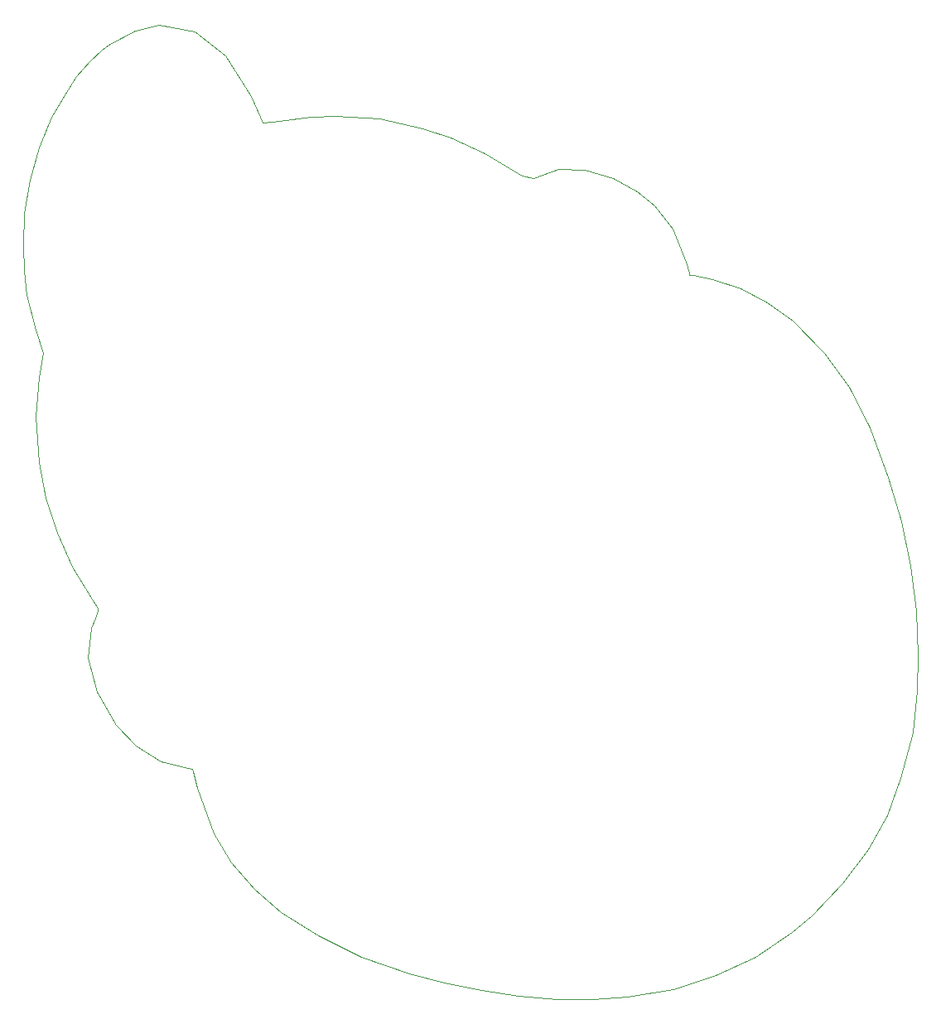
<source format=gko>
G04 #@! TF.FileFunction,Profile,NP*
%FSLAX46Y46*%
G04 Gerber Fmt 4.6, Leading zero omitted, Abs format (unit mm)*
G04 Created by KiCad (PCBNEW 4.0.7) date 2018 June 15, Friday 20:43:35*
%MOMM*%
%LPD*%
G01*
G04 APERTURE LIST*
%ADD10C,0.100000*%
G04 APERTURE END LIST*
D10*
X80819661Y-91211860D02*
X80819753Y-91211820D01*
X83942087Y-87944767D02*
X80819661Y-91211860D01*
X86578225Y-84446766D02*
X83942087Y-87944767D01*
X88549857Y-80954340D02*
X86578225Y-84446766D01*
X89905969Y-77209470D02*
X88549857Y-80954340D01*
X91148267Y-72536114D02*
X89905969Y-77209470D01*
X91608402Y-68226680D02*
X91148267Y-72536114D01*
X91699412Y-64639580D02*
X91608402Y-68226680D01*
X91502410Y-60045833D02*
X91699412Y-64639580D01*
X90932684Y-55498903D02*
X91502410Y-60045833D01*
X89984956Y-50967238D02*
X90932684Y-55498903D01*
X88653952Y-46419290D02*
X89984956Y-50967238D01*
X86737108Y-41395330D02*
X88653952Y-46419290D01*
X84602579Y-37238426D02*
X86737108Y-41395330D01*
X82132161Y-33718380D02*
X84602579Y-37238426D01*
X78883470Y-30470330D02*
X82132161Y-33718380D01*
X76251568Y-28561494D02*
X78883470Y-30470330D01*
X73543199Y-27128690D02*
X76251568Y-28561494D01*
X70705489Y-26177950D02*
X73543199Y-27128690D01*
X68684956Y-25803710D02*
X70705489Y-26177950D01*
X68329801Y-25762710D02*
X68684956Y-25803710D01*
X68266621Y-25549870D02*
X68329801Y-25762710D01*
X67972284Y-24440610D02*
X68266621Y-25549870D01*
X66623262Y-21068010D02*
X67972284Y-24440610D01*
X64729407Y-18689630D02*
X66623262Y-21068010D01*
X62968609Y-17201910D02*
X64729407Y-18689630D01*
X60496409Y-15899573D02*
X62968609Y-17201910D01*
X57658724Y-15055260D02*
X60496409Y-15899573D01*
X54919181Y-14940551D02*
X57658724Y-15055260D01*
X52405306Y-15849090D02*
X54919181Y-14940551D01*
X51203350Y-15586070D02*
X52405306Y-15849090D01*
X47408367Y-13324680D02*
X51203350Y-15586070D01*
X43877475Y-11727740D02*
X47408367Y-13324680D01*
X41076983Y-10777230D02*
X43877475Y-11727740D01*
X36642511Y-9820884D02*
X41076983Y-10777230D01*
X32128879Y-9533800D02*
X36642511Y-9820884D01*
X29645475Y-9641221D02*
X32128879Y-9533800D01*
X26384953Y-10068960D02*
X29645475Y-9641221D01*
X24672221Y-10186590D02*
X26384953Y-10068960D01*
X24458869Y-9641630D02*
X24672221Y-10186590D01*
X23535546Y-7460440D02*
X24458869Y-9641630D01*
X20922698Y-3365623D02*
X23535546Y-7460440D01*
X17793343Y-914220D02*
X20922698Y-3365623D01*
X14124277Y-216590D02*
X17793343Y-914220D01*
X11669537Y-766366D02*
X14124277Y-216590D01*
X8973063Y-2255300D02*
X11669537Y-766366D01*
X8251327Y-2733620D02*
X8973063Y-2255300D01*
X7039481Y-3946110D02*
X8251327Y-2733620D01*
X5688258Y-5428860D02*
X7039481Y-3946110D01*
X4818242Y-6785600D02*
X5688258Y-5428860D01*
X3138523Y-9572990D02*
X4818242Y-6785600D01*
X1829844Y-12713133D02*
X3138523Y-9572990D01*
X891425Y-16017980D02*
X1829844Y-12713133D01*
X345501Y-19409230D02*
X891425Y-16017980D01*
X199250Y-22728080D02*
X345501Y-19409230D01*
X281050Y-25268470D02*
X199250Y-22728080D01*
X564279Y-27844530D02*
X281050Y-25268470D01*
X1519288Y-31346190D02*
X564279Y-27844530D01*
X2222282Y-33736420D02*
X1519288Y-31346190D01*
X1813311Y-36206870D02*
X2222282Y-33736420D01*
X1480064Y-40199060D02*
X1813311Y-36206870D01*
X1810936Y-44882350D02*
X1480064Y-40199060D01*
X2550327Y-48568580D02*
X1810936Y-44882350D01*
X3700988Y-52132200D02*
X2550327Y-48568580D01*
X5263029Y-55573495D02*
X3700988Y-52132200D01*
X7236561Y-58892750D02*
X5263029Y-55573495D01*
X7820494Y-59779820D02*
X7236561Y-58892750D01*
X7864697Y-60068220D02*
X7820494Y-59779820D01*
X7608035Y-60803310D02*
X7864697Y-60068220D01*
X7175523Y-61829890D02*
X7608035Y-60803310D01*
X6867905Y-64932733D02*
X7175523Y-61829890D01*
X7734286Y-68345934D02*
X6867905Y-64932733D01*
X9691284Y-71741010D02*
X7734286Y-68345934D01*
X11741504Y-73870120D02*
X9691284Y-71741010D01*
X14310849Y-75471798D02*
X11741504Y-73870120D01*
X17062848Y-76170220D02*
X14310849Y-75471798D01*
X17470523Y-76206920D02*
X17062848Y-76170220D01*
X17550323Y-76488190D02*
X17470523Y-76206920D01*
X18008786Y-78162710D02*
X17550323Y-76488190D01*
X19691049Y-82814470D02*
X18008786Y-78162710D01*
X21508500Y-85806274D02*
X19691049Y-82814470D01*
X23813198Y-88512069D02*
X21508500Y-85806274D01*
X26595076Y-90920040D02*
X23813198Y-88512069D01*
X30335733Y-93296189D02*
X26595076Y-90920040D01*
X34798532Y-95428461D02*
X30335733Y-93296189D01*
X39672374Y-97168210D02*
X34798532Y-95428461D01*
X43238478Y-98112737D02*
X39672374Y-97168210D01*
X47017697Y-98876930D02*
X43238478Y-98112737D01*
X50886703Y-99435850D02*
X47017697Y-98876930D01*
X54725568Y-99746440D02*
X50886703Y-99435850D01*
X58446904Y-99781597D02*
X54725568Y-99746440D01*
X61979074Y-99540640D02*
X58446904Y-99781597D01*
X66688655Y-98726340D02*
X61979074Y-99540640D01*
X71036043Y-97363811D02*
X66688655Y-98726340D01*
X75054639Y-95439932D02*
X71036043Y-97363811D01*
X78777843Y-92941580D02*
X75054639Y-95439932D01*
X80819753Y-91211820D02*
X78777843Y-92941580D01*
M02*

</source>
